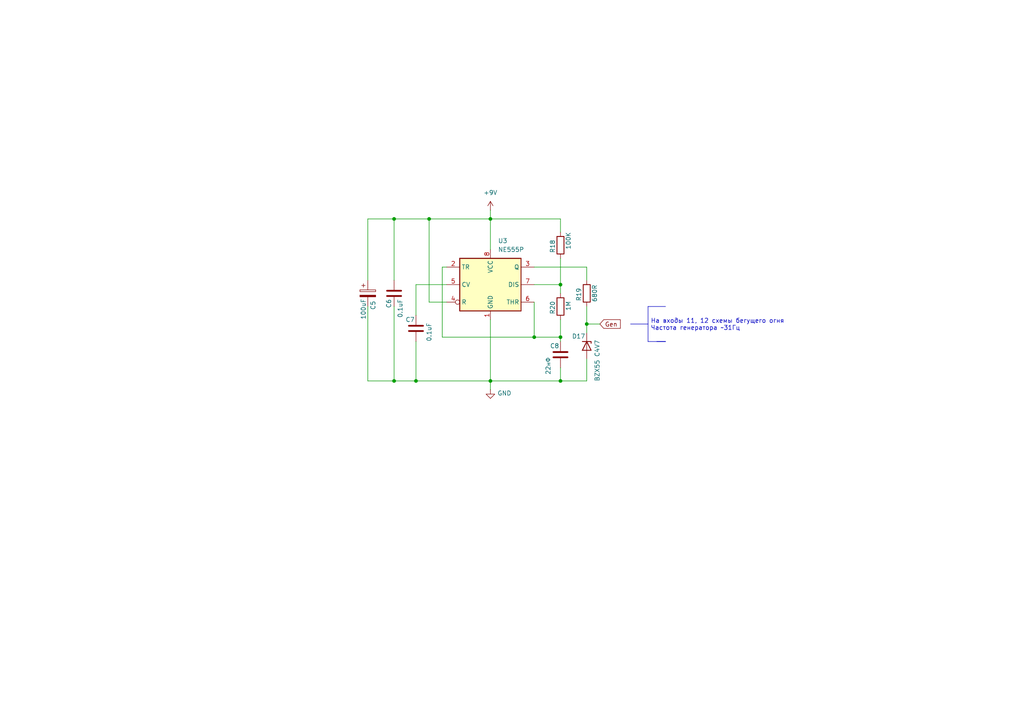
<source format=kicad_sch>
(kicad_sch (version 20231120) (generator "eeschema") (generator_version "8.0")
  (paper "A4")
  (lib_symbols
    (symbol "Device:C" (pin_numbers hide) (pin_names (offset 0.254))
      (property "Reference" "C" (at 0.635 2.54 0))
      (property "Value" "C" (at 0.635 -2.54 0))
      (symbol "C_0_1"
        (polyline (pts (xy -2.032 -0.762) (xy 2.032 -0.762)) (stroke (width 0.508)))
        (polyline (pts (xy -2.032 0.762) (xy 2.032 0.762)) (stroke (width 0.508)))
      )
      (symbol "C_1_1"
        (pin passive line (at 0 3.81 270) (length 2.794) (name "~") (number "1"))
        (pin passive line (at 0 -3.81 90) (length 2.794) (name "~") (number "2"))
      )
    )
    (symbol "Device:C_Polarized" (pin_numbers hide) (pin_names (offset 0.254))
      (property "Reference" "C" (at 0.635 2.54 0))
      (property "Value" "C_Polarized" (at 0.635 -2.54 0))
      (symbol "C_Polarized_0_1"
        (rectangle (start -2.286 0.508) (end 2.286 1.016))
        (polyline (pts (xy -1.778 2.286) (xy -0.762 2.286)))
        (polyline (pts (xy -1.27 2.794) (xy -1.27 1.778)))
        (rectangle (start 2.286 -0.508) (end -2.286 -1.016) (fill (type outline)))
      )
      (symbol "C_Polarized_1_1"
        (pin passive line (at 0 3.81 270) (length 2.794) (name "~") (number "1"))
        (pin passive line (at 0 -3.81 90) (length 2.794) (name "~") (number "2"))
      )
    )
    (symbol "Device:D_Zener" (pin_numbers hide) (pin_names (offset 1.016) hide)
      (property "Reference" "D" (at 0 2.54 0))
      (property "Value" "D_Zener" (at 0 -2.54 0))
      (symbol "D_Zener_0_1"
        (polyline (pts (xy 1.27 0) (xy -1.27 0)))
        (polyline (pts (xy -1.27 -1.27) (xy -1.27 1.27) (xy -0.762 1.27)) (stroke (width 0.254)))
        (polyline (pts (xy 1.27 -1.27) (xy 1.27 1.27) (xy -1.27 0) (xy 1.27 -1.27)) (stroke (width 0.254)))
      )
      (symbol "D_Zener_1_1"
        (pin passive line (at -3.81 0 0) (length 2.54) (name "K") (number "1"))
        (pin passive line (at 3.81 0 180) (length 2.54) (name "A") (number "2"))
      )
    )
    (symbol "Device:R" (pin_numbers hide) (pin_names (offset 0))
      (property "Reference" "R" (at 2.032 0 90))
      (property "Value" "R" (at 0 0 90))
      (symbol "R_0_1"
        (rectangle (start -1.016 -2.54) (end 1.016 2.54) (stroke (width 0.254)))
      )
      (symbol "R_1_1"
        (pin passive line (at 0 3.81 270) (length 1.27) (name "~") (number "1"))
        (pin passive line (at 0 -3.81 90) (length 1.27) (name "~") (number "2"))
      )
    )
    (symbol "Timer:NE555P"
      (property "Reference" "U" (at -10.16 8.89 0))
      (property "Value" "NE555P" (at 2.54 8.89 0))
      (symbol "NE555P_0_0"
        (pin power_in line (at 0 -10.16 90) (length 2.54) (name "GND") (number "1"))
        (pin power_in line (at 0 10.16 270) (length 2.54) (name "VCC") (number "8"))
      )
      (symbol "NE555P_0_1"
        (rectangle (start -8.89 -7.62) (end 8.89 7.62) (stroke (width 0.254)) (fill (type background)))
        (rectangle (start -8.89 -7.62) (end 8.89 7.62) (stroke (width 0.254)) (fill (type background)))
      )
      (symbol "NE555P_1_1"
        (pin input line (at -12.7 5.08 0) (length 3.81) (name "TR") (number "2"))
        (pin output line (at 12.7 5.08 180) (length 3.81) (name "Q") (number "3"))
        (pin input inverted (at -12.7 -5.08 0) (length 3.81) (name "R") (number "4"))
        (pin input line (at -12.7 0 0) (length 3.81) (name "CV") (number "5"))
        (pin input line (at 12.7 -5.08 180) (length 3.81) (name "THR") (number "6"))
        (pin input line (at 12.7 0 180) (length 3.81) (name "DIS") (number "7"))
      )
    )
    (symbol "power:+9V" (power) (pin_numbers hide) (pin_names (offset 0) hide)
      (property "Value" "+9V" (at 0 3.556 0))
      (symbol "+9V_0_1"
        (polyline (pts (xy -0.762 1.27) (xy 0 2.54)))
        (polyline (pts (xy 0 0) (xy 0 2.54)))
        (polyline (pts (xy 0 2.54) (xy 0.762 1.27)))
      )
      (symbol "+9V_1_1"
        (pin power_in line (at 0 0 90) (length 0) (name "~") (number "1"))
      )
    )
    (symbol "power:GND" (power) (pin_numbers hide) (pin_names (offset 0) hide)
      (property "Value" "GND" (at 0 -3.81 0))
      (symbol "GND_0_1"
        (polyline (pts (xy 0 0) (xy 0 -1.27) (xy 1.27 -1.27) (xy 0 -2.54) (xy -1.27 -1.27) (xy 0 -1.27)))
      )
      (symbol "GND_1_1"
        (pin power_in line (at 0 0 270) (length 0) (name "~") (number "1"))
      )
    )
  )
  (junction (at 114.3 110.49))
  (junction (at 170.18 93.98))
  (junction (at 124.46 63.5))
  (junction (at 114.3 63.5))
  (junction (at 120.65 110.49))
  (junction (at 142.24 63.5))
  (junction (at 162.56 110.49))
  (junction (at 162.56 97.79))
  (junction (at 162.56 82.55))
  (junction (at 142.24 110.49))
  (junction (at 154.94 97.79))
  (wire (pts (xy 114.3 63.5) (xy 124.46 63.5)))
  (wire (pts (xy 162.56 92.71) (xy 162.56 97.79)))
  (wire (pts (xy 114.3 110.49) (xy 120.65 110.49)))
  (wire (pts (xy 120.65 82.55) (xy 120.65 91.44)))
  (wire (pts (xy 162.56 82.55) (xy 162.56 85.09)))
  (wire (pts (xy 114.3 110.49) (xy 114.3 88.9)))
  (wire (pts (xy 162.56 74.93) (xy 162.56 82.55)))
  (wire (pts (xy 106.68 110.49) (xy 106.68 88.9)))
  (wire (pts (xy 124.46 63.5) (xy 124.46 87.63)))
  (wire (pts (xy 170.18 93.98) (xy 173.99 93.98)))
  (wire (pts (xy 106.68 110.49) (xy 114.3 110.49)))
  (wire (pts (xy 128.27 97.79) (xy 128.27 77.47)))
  (polyline (pts (xy 193.04 88.9) (xy 187.96 88.9)))
  (polyline (pts (xy 190.5 99.06) (xy 193.04 99.06)))
  (wire (pts (xy 129.54 82.55) (xy 120.65 82.55)))
  (wire (pts (xy 162.56 63.5) (xy 162.56 67.31)))
  (wire (pts (xy 142.24 110.49) (xy 142.24 113.03)))
  (wire (pts (xy 106.68 63.5) (xy 114.3 63.5)))
  (polyline (pts (xy 187.96 99.06) (xy 193.04 99.06)))
  (wire (pts (xy 154.94 97.79) (xy 162.56 97.79)))
  (wire (pts (xy 162.56 97.79) (xy 162.56 99.06)))
  (wire (pts (xy 170.18 88.9) (xy 170.18 93.98)))
  (wire (pts (xy 154.94 82.55) (xy 162.56 82.55)))
  (wire (pts (xy 154.94 87.63) (xy 154.94 97.79)))
  (wire (pts (xy 106.68 81.28) (xy 106.68 63.5)))
  (wire (pts (xy 170.18 104.14) (xy 170.18 110.49)))
  (wire (pts (xy 162.56 110.49) (xy 170.18 110.49)))
  (wire (pts (xy 154.94 77.47) (xy 170.18 77.47)))
  (wire (pts (xy 120.65 99.06) (xy 120.65 110.49)))
  (wire (pts (xy 124.46 87.63) (xy 129.54 87.63)))
  (wire (pts (xy 162.56 106.68) (xy 162.56 110.49)))
  (polyline (pts (xy 187.96 88.9) (xy 187.96 99.06)))
  (wire (pts (xy 170.18 93.98) (xy 170.18 96.52)))
  (wire (pts (xy 170.18 77.47) (xy 170.18 81.28)))
  (polyline (pts (xy 182.88 93.98) (xy 187.96 93.98)))
  (wire (pts (xy 142.24 92.71) (xy 142.24 110.49)))
  (wire (pts (xy 128.27 77.47) (xy 129.54 77.47)))
  (wire (pts (xy 120.65 110.49) (xy 142.24 110.49)))
  (wire (pts (xy 128.27 97.79) (xy 154.94 97.79)))
  (wire (pts (xy 114.3 81.28) (xy 114.3 63.5)))
  (wire (pts (xy 142.24 60.96) (xy 142.24 63.5)))
  (wire (pts (xy 142.24 110.49) (xy 162.56 110.49)))
  (wire (pts (xy 142.24 63.5) (xy 162.56 63.5)))
  (wire (pts (xy 142.24 63.5) (xy 142.24 72.39)))
  (wire (pts (xy 124.46 63.5) (xy 142.24 63.5)))
  (text "На входы 11, 12 схемы бегущего огня\nЧастота генератора ~31Гц" (at 188.722 94.234 0) (effects (font (size 1.27 1.27)) (justify left)))
  (global_label "Gen" (shape input) (at 173.99 93.98 0) (property "Intersheetrefs" "${INTERSHEET_REFS}" (effects (hide yes))))
  (symbol (lib_id "Device:C") (at 120.65 95.25 0) (unit 1)
    (property "Reference" "C7" (at 117.602 92.71 0) (effects (justify left)))
    (property "Value" "0.1uF" (at 124.46 99.06 90) (effects (justify left)))
    (property "Footprint" "Capacitor_THT:C_Disc_D3.0mm_W2.0mm_P2.50mm" (effects (hide yes)))
    (property "Description" "Unpolarized capacitor" (effects (hide yes)))
  )
  (symbol (lib_id "Device:C_Polarized") (at 106.68 85.09 0) (unit 1)
    (property "Reference" "C5" (at 108.204 89.916 90) (effects (justify left)))
    (property "Value" "100uF" (at 105.41 92.71 90) (effects (justify left)))
    (property "Footprint" "Capacitor_THT:CP_Radial_D8.0mm_P3.80mm" (effects (hide yes)))
    (property "Description" "Polarized capacitor" (effects (hide yes)))
  )
  (symbol (lib_id "Timer:NE555P") (at 142.24 82.55 0) (unit 1)
    (property "Reference" "U3" (at 144.4341 69.85 0) (effects (justify left)))
    (property "Value" "NE555P" (at 144.4341 72.39 0) (effects (justify left)))
    (property "Footprint" "Package_DIP:DIP-8_W7.62mm" (effects (hide yes)))
    (property "Datasheet" "http://www.ti.com/lit/ds/symlink/ne555.pdf" (effects (hide yes)))
    (property "Description" "Precision Timers, 555 compatible,  PDIP-8" (effects (hide yes)))
  )
  (symbol (lib_id "Device:R") (at 162.56 71.12 180) (unit 1)
    (property "Reference" "R18" (at 160.274 73.406 90) (effects (justify right)))
    (property "Value" "100K" (at 164.846 72.39 90) (effects (justify right)))
    (property "Footprint" "Resistor_THT:R_Axial_DIN0207_L6.3mm_D2.5mm_P2.54mm_Vertical" (effects (hide yes)))
    (property "Description" "Resistor" (effects (hide yes)))
  )
  (symbol (lib_id "power:GND") (at 142.24 113.03 0) (unit 1)
    (property "Reference" "#PWR08" (effects (hide yes)))
    (property "Value" "GND" (at 146.304 114.046 0))
    (property "Description" "Power symbol creates a global label with name \"GND\" , ground" (effects (hide yes)))
  )
  (symbol (lib_id "power:+9V") (at 142.24 60.96 0) (unit 1)
    (property "Reference" "#PWR07" (effects (hide yes)))
    (property "Value" "+9V" (at 142.24 55.88 0))
    (property "Description" "Power symbol creates a global label with name \"+9V\"" (effects (hide yes)))
  )
  (symbol (lib_id "Device:C") (at 114.3 85.09 0) (unit 1)
    (property "Reference" "C6" (at 112.776 89.408 90) (effects (justify left)))
    (property "Value" "0.1uF" (at 116.078 92.202 90) (effects (justify left)))
    (property "Footprint" "Capacitor_THT:C_Disc_D3.0mm_W2.0mm_P2.50mm" (effects (hide yes)))
    (property "Description" "Unpolarized capacitor" (effects (hide yes)))
  )
  (symbol (lib_id "Device:D_Zener") (at 170.18 100.33 270) (unit 1)
    (property "Reference" "D17" (at 165.862 97.536 90) (effects (justify left)))
    (property "Value" "BZX55 C4V7" (at 173.228 98.552 0) (effects (justify left)))
    (property "Footprint" "Diode_THT:D_A-405_P10.16mm_Horizontal" (effects (hide yes)))
    (property "Description" "Zener diode" (effects (hide yes)))
  )
  (symbol (lib_id "Device:R") (at 162.56 88.9 180) (unit 1)
    (property "Reference" "R20" (at 160.274 91.186 90) (effects (justify right)))
    (property "Value" "1M" (at 164.846 90.17 90) (effects (justify right)))
    (property "Footprint" "Resistor_THT:R_Axial_DIN0207_L6.3mm_D2.5mm_P2.54mm_Vertical" (effects (hide yes)))
    (property "Description" "Resistor" (effects (hide yes)))
  )
  (symbol (lib_id "Device:R") (at 170.18 85.09 180) (unit 1)
    (property "Reference" "R19" (at 167.894 87.376 90) (effects (justify right)))
    (property "Value" "680R" (at 172.466 87.63 90) (effects (justify right)))
    (property "Footprint" "Resistor_THT:R_Axial_DIN0207_L6.3mm_D2.5mm_P2.54mm_Vertical" (effects (hide yes)))
    (property "Description" "Resistor" (effects (hide yes)))
  )
  (symbol (lib_id "Device:C") (at 162.56 102.87 0) (unit 1)
    (property "Reference" "C8" (at 159.512 100.33 0) (effects (justify left)))
    (property "Value" "22нФ" (at 159.004 108.712 90) (effects (justify left)))
    (property "Footprint" "Capacitor_THT:C_Disc_D3.0mm_W2.0mm_P2.50mm" (effects (hide yes)))
    (property "Description" "Unpolarized capacitor" (effects (hide yes)))
  )
)
</source>
